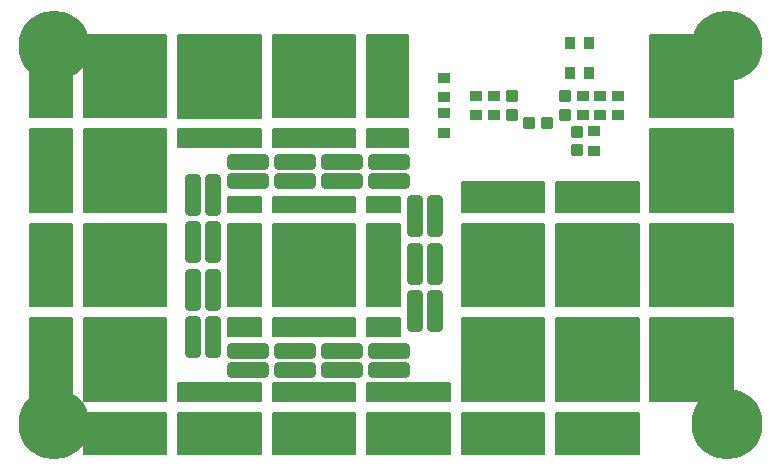
<source format=gbr>
%TF.GenerationSoftware,KiCad,Pcbnew,9.0.7*%
%TF.CreationDate,2026-02-15T21:39:57-05:00*%
%TF.ProjectId,Modular_Load,4d6f6475-6c61-4725-9f4c-6f61642e6b69,rev?*%
%TF.SameCoordinates,Original*%
%TF.FileFunction,Soldermask,Bot*%
%TF.FilePolarity,Negative*%
%FSLAX46Y46*%
G04 Gerber Fmt 4.6, Leading zero omitted, Abs format (unit mm)*
G04 Created by KiCad (PCBNEW 9.0.7) date 2026-02-15 21:39:57*
%MOMM*%
%LPD*%
G01*
G04 APERTURE LIST*
G04 Aperture macros list*
%AMRoundRect*
0 Rectangle with rounded corners*
0 $1 Rounding radius*
0 $2 $3 $4 $5 $6 $7 $8 $9 X,Y pos of 4 corners*
0 Add a 4 corners polygon primitive as box body*
4,1,4,$2,$3,$4,$5,$6,$7,$8,$9,$2,$3,0*
0 Add four circle primitives for the rounded corners*
1,1,$1+$1,$2,$3*
1,1,$1+$1,$4,$5*
1,1,$1+$1,$6,$7*
1,1,$1+$1,$8,$9*
0 Add four rect primitives between the rounded corners*
20,1,$1+$1,$2,$3,$4,$5,0*
20,1,$1+$1,$4,$5,$6,$7,0*
20,1,$1+$1,$6,$7,$8,$9,0*
20,1,$1+$1,$8,$9,$2,$3,0*%
G04 Aperture macros list end*
%ADD10C,0.150000*%
%ADD11C,6.000000*%
%ADD12RoundRect,0.275532X-1.484468X0.371968X-1.484468X-0.371968X1.484468X-0.371968X1.484468X0.371968X0*%
%ADD13RoundRect,0.230000X0.305000X-0.230000X0.305000X0.230000X-0.305000X0.230000X-0.305000X-0.230000X0*%
%ADD14RoundRect,0.230000X-0.305000X0.230000X-0.305000X-0.230000X0.305000X-0.230000X0.305000X0.230000X0*%
%ADD15RoundRect,0.275532X-0.371968X-1.484468X0.371968X-1.484468X0.371968X1.484468X-0.371968X1.484468X0*%
%ADD16RoundRect,0.230000X-0.230000X-0.305000X0.230000X-0.305000X0.230000X0.305000X-0.230000X0.305000X0*%
%ADD17RoundRect,0.230000X0.230000X0.305000X-0.230000X0.305000X-0.230000X-0.305000X0.230000X-0.305000X0*%
%ADD18RoundRect,0.275532X1.484468X-0.371968X1.484468X0.371968X-1.484468X0.371968X-1.484468X-0.371968X0*%
%ADD19RoundRect,0.255000X-0.280000X0.255000X-0.280000X-0.255000X0.280000X-0.255000X0.280000X0.255000X0*%
%ADD20RoundRect,0.275532X0.371968X1.484468X-0.371968X1.484468X-0.371968X-1.484468X0.371968X-1.484468X0*%
%ADD21RoundRect,0.255000X0.255000X0.280000X-0.255000X0.280000X-0.255000X-0.280000X0.255000X-0.280000X0*%
G04 APERTURE END LIST*
D10*
X138000000Y-76000000D02*
X145000000Y-76000000D01*
X145000000Y-83000000D01*
X138000000Y-83000000D01*
X138000000Y-76000000D01*
G36*
X138000000Y-76000000D02*
G01*
X145000000Y-76000000D01*
X145000000Y-83000000D01*
X138000000Y-83000000D01*
X138000000Y-76000000D01*
G37*
X122000000Y-73750126D02*
X124750000Y-73750126D01*
X124750000Y-75000000D01*
X122000000Y-75000000D01*
X122000000Y-73750126D01*
G36*
X122000000Y-73750126D02*
G01*
X124750000Y-73750126D01*
X124750000Y-75000000D01*
X122000000Y-75000000D01*
X122000000Y-73750126D01*
G37*
X122000000Y-92000000D02*
X129000000Y-92000000D01*
X129000000Y-95500000D01*
X122000000Y-95500000D01*
X122000000Y-92000000D01*
G36*
X122000000Y-92000000D02*
G01*
X129000000Y-92000000D01*
X129000000Y-95500000D01*
X122000000Y-95500000D01*
X122000000Y-92000000D01*
G37*
X122000000Y-89500000D02*
X129000000Y-89500000D01*
X129000000Y-91000000D01*
X122000000Y-91000000D01*
X122000000Y-89500000D01*
G36*
X122000000Y-89500000D02*
G01*
X129000000Y-89500000D01*
X129000000Y-91000000D01*
X122000000Y-91000000D01*
X122000000Y-89500000D01*
G37*
X138000000Y-72500000D02*
X145000000Y-72500000D01*
X145000000Y-75000000D01*
X138000000Y-75000000D01*
X138000000Y-72500000D01*
G36*
X138000000Y-72500000D02*
G01*
X145000000Y-72500000D01*
X145000000Y-75000000D01*
X138000000Y-75000000D01*
X138000000Y-72500000D01*
G37*
X130000000Y-72500000D02*
X137000000Y-72500000D01*
X137000000Y-75000000D01*
X130000000Y-75000000D01*
X130000000Y-72500000D01*
G36*
X130000000Y-72500000D02*
G01*
X137000000Y-72500000D01*
X137000000Y-75000000D01*
X130000000Y-75000000D01*
X130000000Y-72500000D01*
G37*
X93500000Y-68000000D02*
X97000000Y-68000000D01*
X97000000Y-75000000D01*
X93500000Y-75000000D01*
X93500000Y-68000000D01*
G36*
X93500000Y-68000000D02*
G01*
X97000000Y-68000000D01*
X97000000Y-75000000D01*
X93500000Y-75000000D01*
X93500000Y-68000000D01*
G37*
X106000000Y-92000000D02*
X113000000Y-92000000D01*
X113000000Y-95500000D01*
X106000000Y-95500000D01*
X106000000Y-92000000D01*
G36*
X106000000Y-92000000D02*
G01*
X113000000Y-92000000D01*
X113000000Y-95500000D01*
X106000000Y-95500000D01*
X106000000Y-92000000D01*
G37*
X106000000Y-89500000D02*
X113000000Y-89500000D01*
X113000000Y-91000000D01*
X106000000Y-91000000D01*
X106000000Y-89500000D01*
G36*
X106000000Y-89500000D02*
G01*
X113000000Y-89500000D01*
X113000000Y-91000000D01*
X106000000Y-91000000D01*
X106000000Y-89500000D01*
G37*
X114000000Y-92000000D02*
X121000000Y-92000000D01*
X121000000Y-95500000D01*
X114000000Y-95500000D01*
X114000000Y-92000000D01*
G36*
X114000000Y-92000000D02*
G01*
X121000000Y-92000000D01*
X121000000Y-95500000D01*
X114000000Y-95500000D01*
X114000000Y-92000000D01*
G37*
X114000000Y-73750000D02*
X121000000Y-73750000D01*
X121000000Y-75000000D01*
X114000000Y-75000000D01*
X114000000Y-73750000D01*
G36*
X114000000Y-73750000D02*
G01*
X121000000Y-73750000D01*
X121000000Y-75000000D01*
X114000000Y-75000000D01*
X114000000Y-73750000D01*
G37*
X110250000Y-84000000D02*
X113000000Y-84000000D01*
X113000000Y-85500000D01*
X110250000Y-85500000D01*
X110250000Y-84000000D01*
G36*
X110250000Y-84000000D02*
G01*
X113000000Y-84000000D01*
X113000000Y-85500000D01*
X110250000Y-85500000D01*
X110250000Y-84000000D01*
G37*
X122000000Y-84000000D02*
X124750000Y-84000000D01*
X124750000Y-85500000D01*
X122000000Y-85500000D01*
X122000000Y-84000000D01*
G36*
X122000000Y-84000000D02*
G01*
X124750000Y-84000000D01*
X124750000Y-85500000D01*
X122000000Y-85500000D01*
X122000000Y-84000000D01*
G37*
X93500000Y-76000000D02*
X97000000Y-76000000D01*
X97000000Y-83000000D01*
X93500000Y-83000000D01*
X93500000Y-76000000D01*
G36*
X93500000Y-76000000D02*
G01*
X97000000Y-76000000D01*
X97000000Y-83000000D01*
X93500000Y-83000000D01*
X93500000Y-76000000D01*
G37*
X130000000Y-84000000D02*
X137000000Y-84000000D01*
X137000000Y-91000000D01*
X130000000Y-91000000D01*
X130000000Y-84000000D01*
G36*
X130000000Y-84000000D02*
G01*
X137000000Y-84000000D01*
X137000000Y-91000000D01*
X130000000Y-91000000D01*
X130000000Y-84000000D01*
G37*
X114000000Y-84000000D02*
X121000000Y-84000000D01*
X121000000Y-85500000D01*
X114000000Y-85500000D01*
X114000000Y-84000000D01*
G36*
X114000000Y-84000000D02*
G01*
X121000000Y-84000000D01*
X121000000Y-85500000D01*
X114000000Y-85500000D01*
X114000000Y-84000000D01*
G37*
X98000000Y-60000000D02*
X105000000Y-60000000D01*
X105000000Y-67000000D01*
X98000000Y-67000000D01*
X98000000Y-60000000D01*
G36*
X98000000Y-60000000D02*
G01*
X105000000Y-60000000D01*
X105000000Y-67000000D01*
X98000000Y-67000000D01*
X98000000Y-60000000D01*
G37*
X98000000Y-92000000D02*
X105000000Y-92000000D01*
X105000000Y-95500000D01*
X98000000Y-95500000D01*
X98000000Y-92000000D01*
G36*
X98000000Y-92000000D02*
G01*
X105000000Y-92000000D01*
X105000000Y-95500000D01*
X98000000Y-95500000D01*
X98000000Y-92000000D01*
G37*
X98000000Y-68000000D02*
X105000000Y-68000000D01*
X105000000Y-75000000D01*
X98000000Y-75000000D01*
X98000000Y-68000000D01*
G36*
X98000000Y-68000000D02*
G01*
X105000000Y-68000000D01*
X105000000Y-75000000D01*
X98000000Y-75000000D01*
X98000000Y-68000000D01*
G37*
X122000000Y-68000126D02*
X125500000Y-68000126D01*
X125500000Y-69500000D01*
X122000000Y-69500000D01*
X122000000Y-68000126D01*
G36*
X122000000Y-68000126D02*
G01*
X125500000Y-68000126D01*
X125500000Y-69500000D01*
X122000000Y-69500000D01*
X122000000Y-68000126D01*
G37*
X146000000Y-84000000D02*
X153000000Y-84000000D01*
X153000000Y-91000000D01*
X146000000Y-91000000D01*
X146000000Y-84000000D01*
G36*
X146000000Y-84000000D02*
G01*
X153000000Y-84000000D01*
X153000000Y-91000000D01*
X146000000Y-91000000D01*
X146000000Y-84000000D01*
G37*
X106000000Y-68000000D02*
X113000000Y-68000000D01*
X113000000Y-69500000D01*
X106000000Y-69500000D01*
X106000000Y-68000000D01*
G36*
X106000000Y-68000000D02*
G01*
X113000000Y-68000000D01*
X113000000Y-69500000D01*
X106000000Y-69500000D01*
X106000000Y-68000000D01*
G37*
X93500000Y-61000000D02*
X97000000Y-61000000D01*
X97000000Y-67000000D01*
X93500000Y-67000000D01*
X93500000Y-61000000D01*
G36*
X93500000Y-61000000D02*
G01*
X97000000Y-61000000D01*
X97000000Y-67000000D01*
X93500000Y-67000000D01*
X93500000Y-61000000D01*
G37*
X146000000Y-76000000D02*
X153000000Y-76000000D01*
X153000000Y-83000000D01*
X146000000Y-83000000D01*
X146000000Y-76000000D01*
G36*
X146000000Y-76000000D02*
G01*
X153000000Y-76000000D01*
X153000000Y-83000000D01*
X146000000Y-83000000D01*
X146000000Y-76000000D01*
G37*
X114000000Y-60000000D02*
X121000000Y-60000000D01*
X121000000Y-67000000D01*
X114000000Y-67000000D01*
X114000000Y-60000000D01*
G36*
X114000000Y-60000000D02*
G01*
X121000000Y-60000000D01*
X121000000Y-67000000D01*
X114000000Y-67000000D01*
X114000000Y-60000000D01*
G37*
X138000000Y-84000000D02*
X145000000Y-84000000D01*
X145000000Y-91000000D01*
X138000000Y-91000000D01*
X138000000Y-84000000D01*
G36*
X138000000Y-84000000D02*
G01*
X145000000Y-84000000D01*
X145000000Y-91000000D01*
X138000000Y-91000000D01*
X138000000Y-84000000D01*
G37*
X138000000Y-92000000D02*
X145000000Y-92000000D01*
X145000000Y-95500000D01*
X138000000Y-95500000D01*
X138000000Y-92000000D01*
G36*
X138000000Y-92000000D02*
G01*
X145000000Y-92000000D01*
X145000000Y-95500000D01*
X138000000Y-95500000D01*
X138000000Y-92000000D01*
G37*
X98000000Y-84000000D02*
X105000000Y-84000000D01*
X105000000Y-91000000D01*
X98000000Y-91000000D01*
X98000000Y-84000000D01*
G36*
X98000000Y-84000000D02*
G01*
X105000000Y-84000000D01*
X105000000Y-91000000D01*
X98000000Y-91000000D01*
X98000000Y-84000000D01*
G37*
X146000000Y-68000000D02*
X153000000Y-68000000D01*
X153000000Y-75000000D01*
X146000000Y-75000000D01*
X146000000Y-68000000D01*
G36*
X146000000Y-68000000D02*
G01*
X153000000Y-68000000D01*
X153000000Y-75000000D01*
X146000000Y-75000000D01*
X146000000Y-68000000D01*
G37*
X146000000Y-60000000D02*
X153000000Y-60000000D01*
X153000000Y-67000000D01*
X146000000Y-67000000D01*
X146000000Y-60000000D01*
G36*
X146000000Y-60000000D02*
G01*
X153000000Y-60000000D01*
X153000000Y-67000000D01*
X146000000Y-67000000D01*
X146000000Y-60000000D01*
G37*
X98000000Y-76000000D02*
X105000000Y-76000000D01*
X105000000Y-83000000D01*
X98000000Y-83000000D01*
X98000000Y-76000000D01*
G36*
X98000000Y-76000000D02*
G01*
X105000000Y-76000000D01*
X105000000Y-83000000D01*
X98000000Y-83000000D01*
X98000000Y-76000000D01*
G37*
X93500000Y-84000000D02*
X97000000Y-84000000D01*
X97000000Y-91000000D01*
X93500000Y-91000000D01*
X93500000Y-84000000D01*
G36*
X93500000Y-84000000D02*
G01*
X97000000Y-84000000D01*
X97000000Y-91000000D01*
X93500000Y-91000000D01*
X93500000Y-84000000D01*
G37*
X106000000Y-60000000D02*
X113000000Y-60000000D01*
X113000000Y-67050000D01*
X106000000Y-67050000D01*
X106000000Y-60000000D01*
G36*
X106000000Y-60000000D02*
G01*
X113000000Y-60000000D01*
X113000000Y-67050000D01*
X106000000Y-67050000D01*
X106000000Y-60000000D01*
G37*
X130000000Y-76000000D02*
X137000000Y-76000000D01*
X137000000Y-83000000D01*
X130000000Y-83000000D01*
X130000000Y-76000000D01*
G36*
X130000000Y-76000000D02*
G01*
X137000000Y-76000000D01*
X137000000Y-83000000D01*
X130000000Y-83000000D01*
X130000000Y-76000000D01*
G37*
X110250000Y-76000000D02*
X113000000Y-76000000D01*
X113000000Y-83000000D01*
X110250000Y-83000000D01*
X110250000Y-76000000D01*
G36*
X110250000Y-76000000D02*
G01*
X113000000Y-76000000D01*
X113000000Y-83000000D01*
X110250000Y-83000000D01*
X110250000Y-76000000D01*
G37*
X130000000Y-92000000D02*
X137000000Y-92000000D01*
X137000000Y-95500000D01*
X130000000Y-95500000D01*
X130000000Y-92000000D01*
G36*
X130000000Y-92000000D02*
G01*
X137000000Y-92000000D01*
X137000000Y-95500000D01*
X130000000Y-95500000D01*
X130000000Y-92000000D01*
G37*
X122000000Y-76000000D02*
X124750000Y-76000000D01*
X124750000Y-83000000D01*
X122000000Y-83000000D01*
X122000000Y-76000000D01*
G36*
X122000000Y-76000000D02*
G01*
X124750000Y-76000000D01*
X124750000Y-83000000D01*
X122000000Y-83000000D01*
X122000000Y-76000000D01*
G37*
X110250000Y-73750000D02*
X113000000Y-73750000D01*
X113000000Y-75000000D01*
X110250000Y-75000000D01*
X110250000Y-73750000D01*
G36*
X110250000Y-73750000D02*
G01*
X113000000Y-73750000D01*
X113000000Y-75000000D01*
X110250000Y-75000000D01*
X110250000Y-73750000D01*
G37*
X114000000Y-76000000D02*
X121000000Y-76000000D01*
X121000000Y-83000000D01*
X114000000Y-83000000D01*
X114000000Y-76000000D01*
G36*
X114000000Y-76000000D02*
G01*
X121000000Y-76000000D01*
X121000000Y-83000000D01*
X114000000Y-83000000D01*
X114000000Y-76000000D01*
G37*
X114000000Y-89500000D02*
X121000000Y-89500000D01*
X121000000Y-91000000D01*
X114000000Y-91000000D01*
X114000000Y-89500000D01*
G36*
X114000000Y-89500000D02*
G01*
X121000000Y-89500000D01*
X121000000Y-91000000D01*
X114000000Y-91000000D01*
X114000000Y-89500000D01*
G37*
X122000000Y-60000000D02*
X125500000Y-60000000D01*
X125500000Y-67000000D01*
X122000000Y-67000000D01*
X122000000Y-60000000D01*
G36*
X122000000Y-60000000D02*
G01*
X125500000Y-60000000D01*
X125500000Y-67000000D01*
X122000000Y-67000000D01*
X122000000Y-60000000D01*
G37*
X114000000Y-68000000D02*
X121000000Y-68000000D01*
X121000000Y-69500000D01*
X114000000Y-69500000D01*
X114000000Y-68000000D01*
G36*
X114000000Y-68000000D02*
G01*
X121000000Y-68000000D01*
X121000000Y-69500000D01*
X114000000Y-69500000D01*
X114000000Y-68000000D01*
G37*
D11*
%TO.C,REF\u002A\u002A*%
X95500000Y-93000000D03*
%TD*%
%TO.C,REF\u002A\u002A*%
X95500000Y-61000000D03*
%TD*%
%TO.C,REF\u002A\u002A*%
X152500000Y-61000000D03*
%TD*%
%TO.C,REF\u002A\u002A*%
X152500000Y-93000000D03*
%TD*%
D12*
%TO.C,TJ14*%
X115900000Y-86762500D03*
X115900000Y-88437500D03*
%TD*%
D13*
%TO.C,R13*%
X131250000Y-66825000D03*
X131250000Y-65175000D03*
%TD*%
D14*
%TO.C,R8*%
X141250000Y-68175000D03*
X141250000Y-69825000D03*
%TD*%
D15*
%TO.C,TJ21*%
X126062500Y-75400000D03*
X127737500Y-75400000D03*
%TD*%
D16*
%TO.C,R14*%
X139175000Y-63250000D03*
X140825000Y-63250000D03*
%TD*%
D12*
%TO.C,TJ19*%
X123900000Y-86762500D03*
X123900000Y-88437500D03*
%TD*%
D17*
%TO.C,R15*%
X140825000Y-60750000D03*
X139175000Y-60750000D03*
%TD*%
D18*
%TO.C,TJ16*%
X119900000Y-72437500D03*
X119900000Y-70762500D03*
%TD*%
D19*
%TO.C,C9*%
X138750000Y-65225000D03*
X138750000Y-66775000D03*
%TD*%
D12*
%TO.C,TJ13*%
X111900000Y-86762500D03*
X111900000Y-88437500D03*
%TD*%
D19*
%TO.C,C7*%
X134250000Y-65225000D03*
X134250000Y-66775000D03*
%TD*%
%TO.C,C6*%
X139750000Y-68225000D03*
X139750000Y-69775000D03*
%TD*%
D14*
%TO.C,R10*%
X128500000Y-66675000D03*
X128500000Y-68325000D03*
%TD*%
D20*
%TO.C,TJ12*%
X108937500Y-85600000D03*
X107262500Y-85600000D03*
%TD*%
%TO.C,TJ9*%
X108937500Y-73600000D03*
X107262500Y-73600000D03*
%TD*%
D13*
%TO.C,R19*%
X141750000Y-66825000D03*
X141750000Y-65175000D03*
%TD*%
D20*
%TO.C,TJ10*%
X108937500Y-77600000D03*
X107262500Y-77600000D03*
%TD*%
D18*
%TO.C,TJ17*%
X115900000Y-72437500D03*
X115900000Y-70762500D03*
%TD*%
D15*
%TO.C,TJ22*%
X126062500Y-83400000D03*
X127737500Y-83400000D03*
%TD*%
D18*
%TO.C,TJ15*%
X123900000Y-72437500D03*
X123900000Y-70762500D03*
%TD*%
D12*
%TO.C,TJ20*%
X119900000Y-86762500D03*
X119900000Y-88437500D03*
%TD*%
D21*
%TO.C,C3*%
X137275000Y-67500000D03*
X135725000Y-67500000D03*
%TD*%
D14*
%TO.C,R4*%
X140250000Y-65175000D03*
X140250000Y-66825000D03*
%TD*%
D15*
%TO.C,TJ23*%
X126062500Y-79400000D03*
X127737500Y-79400000D03*
%TD*%
D14*
%TO.C,R20*%
X143250000Y-65175000D03*
X143250000Y-66825000D03*
%TD*%
D20*
%TO.C,TJ11*%
X108937500Y-81600000D03*
X107262500Y-81600000D03*
%TD*%
D18*
%TO.C,TJ18*%
X111900000Y-72437500D03*
X111900000Y-70762500D03*
%TD*%
D14*
%TO.C,R12*%
X132750000Y-65175000D03*
X132750000Y-66825000D03*
%TD*%
D13*
%TO.C,R11*%
X128500000Y-65325000D03*
X128500000Y-63675000D03*
%TD*%
M02*

</source>
